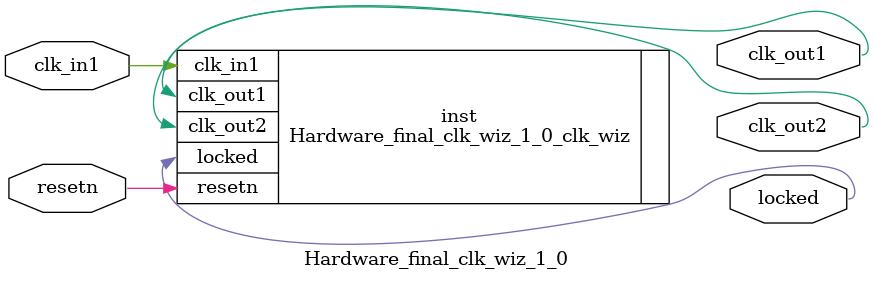
<source format=v>


`timescale 1ps/1ps

(* CORE_GENERATION_INFO = "Hardware_final_clk_wiz_1_0,clk_wiz_v6_0_10_0_0,{component_name=Hardware_final_clk_wiz_1_0,use_phase_alignment=true,use_min_o_jitter=false,use_max_i_jitter=false,use_dyn_phase_shift=false,use_inclk_switchover=false,use_dyn_reconfig=false,enable_axi=0,feedback_source=FDBK_AUTO,PRIMITIVE=MMCM,num_out_clk=2,clkin1_period=10.000,clkin2_period=10.000,use_power_down=false,use_reset=true,use_locked=true,use_inclk_stopped=false,feedback_type=SINGLE,CLOCK_MGR_TYPE=NA,manual_override=false}" *)

module Hardware_final_clk_wiz_1_0 
 (
  // Clock out ports
  output        clk_out1,
  output        clk_out2,
  // Status and control signals
  input         resetn,
  output        locked,
 // Clock in ports
  input         clk_in1
 );

  Hardware_final_clk_wiz_1_0_clk_wiz inst
  (
  // Clock out ports  
  .clk_out1(clk_out1),
  .clk_out2(clk_out2),
  // Status and control signals               
  .resetn(resetn), 
  .locked(locked),
 // Clock in ports
  .clk_in1(clk_in1)
  );

endmodule

</source>
